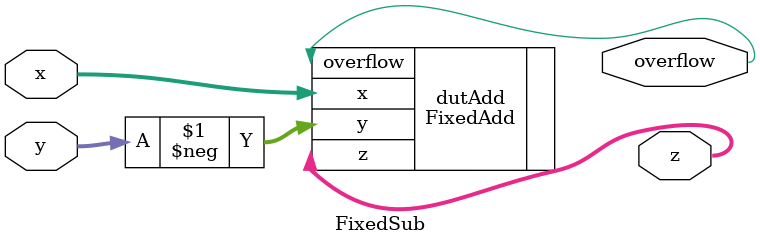
<source format=sv>
`timescale 1ns / 1ps


module FixedSub #(
    DATA_WIDTH = 32,
    RADIX =15       // Not relevant for add
)(
    input [DATA_WIDTH-1:0] x,
    input [DATA_WIDTH-1:0] y,
    output [DATA_WIDTH-1:0] z,
    output logic overflow
);

FixedAdd #(
    .DATA_WIDTH(DATA_WIDTH),
    .RADIX(RADIX)
) dutAdd (
    .x(x),
    .y(-y),
    .z(z),
    .overflow(overflow)
);

endmodule

</source>
